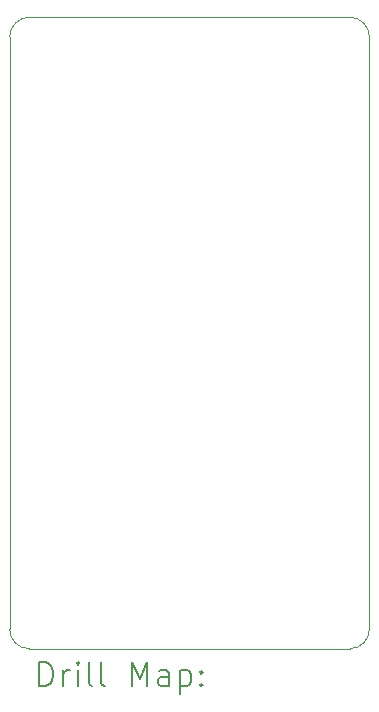
<source format=gbr>
%TF.GenerationSoftware,KiCad,Pcbnew,(6.0.8)*%
%TF.CreationDate,2023-11-13T19:04:32+01:00*%
%TF.ProjectId,BSPD-07,42535044-2d30-4372-9e6b-696361645f70,rev?*%
%TF.SameCoordinates,Original*%
%TF.FileFunction,Drillmap*%
%TF.FilePolarity,Positive*%
%FSLAX45Y45*%
G04 Gerber Fmt 4.5, Leading zero omitted, Abs format (unit mm)*
G04 Created by KiCad (PCBNEW (6.0.8)) date 2023-11-13 19:04:32*
%MOMM*%
%LPD*%
G01*
G04 APERTURE LIST*
%ADD10C,0.100000*%
%ADD11C,0.200000*%
G04 APERTURE END LIST*
D10*
X15102743Y-8238492D02*
G75*
G03*
X14935200Y-8403590I-3J-167558D01*
G01*
X17980380Y-8403590D02*
G75*
G03*
X17815280Y-8238490I-165100J0D01*
G01*
X17815280Y-8238490D02*
X15102743Y-8238490D01*
X17815280Y-13585190D02*
G75*
G03*
X17980380Y-13420090I0J165100D01*
G01*
X14935202Y-13420090D02*
G75*
G03*
X15102743Y-13585190I165118J0D01*
G01*
X15102743Y-13585190D02*
X17815280Y-13585190D01*
X14935200Y-8403590D02*
X14935200Y-13420090D01*
X17980380Y-8403590D02*
X17980380Y-13420090D01*
D11*
X15187819Y-13900684D02*
X15187819Y-13700684D01*
X15235438Y-13700684D01*
X15264009Y-13710208D01*
X15283057Y-13729255D01*
X15292581Y-13748303D01*
X15302105Y-13786398D01*
X15302105Y-13814970D01*
X15292581Y-13853065D01*
X15283057Y-13872112D01*
X15264009Y-13891160D01*
X15235438Y-13900684D01*
X15187819Y-13900684D01*
X15387819Y-13900684D02*
X15387819Y-13767351D01*
X15387819Y-13805446D02*
X15397343Y-13786398D01*
X15406867Y-13776874D01*
X15425914Y-13767351D01*
X15444962Y-13767351D01*
X15511628Y-13900684D02*
X15511628Y-13767351D01*
X15511628Y-13700684D02*
X15502105Y-13710208D01*
X15511628Y-13719732D01*
X15521152Y-13710208D01*
X15511628Y-13700684D01*
X15511628Y-13719732D01*
X15635438Y-13900684D02*
X15616390Y-13891160D01*
X15606867Y-13872112D01*
X15606867Y-13700684D01*
X15740200Y-13900684D02*
X15721152Y-13891160D01*
X15711628Y-13872112D01*
X15711628Y-13700684D01*
X15968771Y-13900684D02*
X15968771Y-13700684D01*
X16035438Y-13843541D01*
X16102105Y-13700684D01*
X16102105Y-13900684D01*
X16283057Y-13900684D02*
X16283057Y-13795922D01*
X16273533Y-13776874D01*
X16254486Y-13767351D01*
X16216390Y-13767351D01*
X16197343Y-13776874D01*
X16283057Y-13891160D02*
X16264009Y-13900684D01*
X16216390Y-13900684D01*
X16197343Y-13891160D01*
X16187819Y-13872112D01*
X16187819Y-13853065D01*
X16197343Y-13834017D01*
X16216390Y-13824493D01*
X16264009Y-13824493D01*
X16283057Y-13814970D01*
X16378295Y-13767351D02*
X16378295Y-13967351D01*
X16378295Y-13776874D02*
X16397343Y-13767351D01*
X16435438Y-13767351D01*
X16454486Y-13776874D01*
X16464009Y-13786398D01*
X16473533Y-13805446D01*
X16473533Y-13862589D01*
X16464009Y-13881636D01*
X16454486Y-13891160D01*
X16435438Y-13900684D01*
X16397343Y-13900684D01*
X16378295Y-13891160D01*
X16559248Y-13881636D02*
X16568771Y-13891160D01*
X16559248Y-13900684D01*
X16549724Y-13891160D01*
X16559248Y-13881636D01*
X16559248Y-13900684D01*
X16559248Y-13776874D02*
X16568771Y-13786398D01*
X16559248Y-13795922D01*
X16549724Y-13786398D01*
X16559248Y-13776874D01*
X16559248Y-13795922D01*
M02*

</source>
